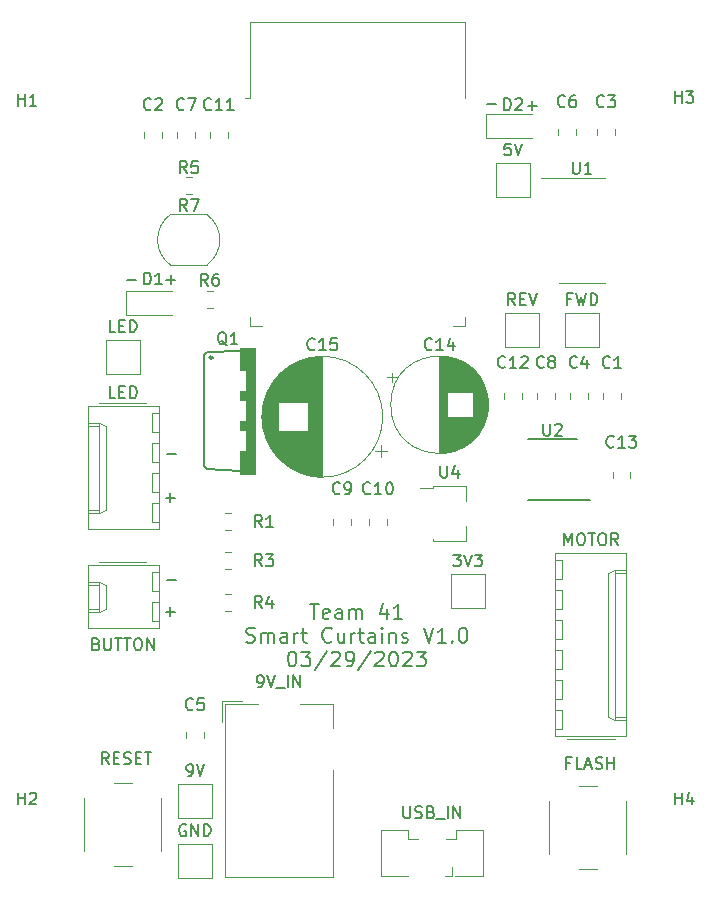
<source format=gto>
G04 #@! TF.GenerationSoftware,KiCad,Pcbnew,(6.0.10-0)*
G04 #@! TF.CreationDate,2023-03-29T16:12:46-05:00*
G04 #@! TF.ProjectId,v1.0,76312e30-2e6b-4696-9361-645f70636258,rev?*
G04 #@! TF.SameCoordinates,Original*
G04 #@! TF.FileFunction,Legend,Top*
G04 #@! TF.FilePolarity,Positive*
%FSLAX46Y46*%
G04 Gerber Fmt 4.6, Leading zero omitted, Abs format (unit mm)*
G04 Created by KiCad (PCBNEW (6.0.10-0)) date 2023-03-29 16:12:46*
%MOMM*%
%LPD*%
G01*
G04 APERTURE LIST*
%ADD10C,0.200000*%
%ADD11C,0.150000*%
%ADD12C,0.120000*%
%ADD13C,0.152400*%
%ADD14C,0.254000*%
%ADD15C,0.010000*%
G04 APERTURE END LIST*
D10*
X141329666Y-100944726D02*
X142043952Y-100944726D01*
X141686809Y-102194726D02*
X141686809Y-100944726D01*
X142936809Y-102135202D02*
X142817761Y-102194726D01*
X142579666Y-102194726D01*
X142460619Y-102135202D01*
X142401095Y-102016154D01*
X142401095Y-101539964D01*
X142460619Y-101420916D01*
X142579666Y-101361392D01*
X142817761Y-101361392D01*
X142936809Y-101420916D01*
X142996333Y-101539964D01*
X142996333Y-101659011D01*
X142401095Y-101778059D01*
X144067761Y-102194726D02*
X144067761Y-101539964D01*
X144008238Y-101420916D01*
X143889190Y-101361392D01*
X143651095Y-101361392D01*
X143532047Y-101420916D01*
X144067761Y-102135202D02*
X143948714Y-102194726D01*
X143651095Y-102194726D01*
X143532047Y-102135202D01*
X143472523Y-102016154D01*
X143472523Y-101897107D01*
X143532047Y-101778059D01*
X143651095Y-101718535D01*
X143948714Y-101718535D01*
X144067761Y-101659011D01*
X144663000Y-102194726D02*
X144663000Y-101361392D01*
X144663000Y-101480440D02*
X144722523Y-101420916D01*
X144841571Y-101361392D01*
X145020142Y-101361392D01*
X145139190Y-101420916D01*
X145198714Y-101539964D01*
X145198714Y-102194726D01*
X145198714Y-101539964D02*
X145258238Y-101420916D01*
X145377285Y-101361392D01*
X145555857Y-101361392D01*
X145674904Y-101420916D01*
X145734428Y-101539964D01*
X145734428Y-102194726D01*
X147817761Y-101361392D02*
X147817761Y-102194726D01*
X147520142Y-100885202D02*
X147222523Y-101778059D01*
X147996333Y-101778059D01*
X149127285Y-102194726D02*
X148413000Y-102194726D01*
X148770142Y-102194726D02*
X148770142Y-100944726D01*
X148651095Y-101123297D01*
X148532047Y-101242345D01*
X148413000Y-101301869D01*
X135942761Y-104147702D02*
X136121333Y-104207226D01*
X136418952Y-104207226D01*
X136538000Y-104147702D01*
X136597523Y-104088178D01*
X136657047Y-103969130D01*
X136657047Y-103850083D01*
X136597523Y-103731035D01*
X136538000Y-103671511D01*
X136418952Y-103611988D01*
X136180857Y-103552464D01*
X136061809Y-103492940D01*
X136002285Y-103433416D01*
X135942761Y-103314369D01*
X135942761Y-103195321D01*
X136002285Y-103076273D01*
X136061809Y-103016750D01*
X136180857Y-102957226D01*
X136478476Y-102957226D01*
X136657047Y-103016750D01*
X137192761Y-104207226D02*
X137192761Y-103373892D01*
X137192761Y-103492940D02*
X137252285Y-103433416D01*
X137371333Y-103373892D01*
X137549904Y-103373892D01*
X137668952Y-103433416D01*
X137728476Y-103552464D01*
X137728476Y-104207226D01*
X137728476Y-103552464D02*
X137788000Y-103433416D01*
X137907047Y-103373892D01*
X138085619Y-103373892D01*
X138204666Y-103433416D01*
X138264190Y-103552464D01*
X138264190Y-104207226D01*
X139395142Y-104207226D02*
X139395142Y-103552464D01*
X139335619Y-103433416D01*
X139216571Y-103373892D01*
X138978476Y-103373892D01*
X138859428Y-103433416D01*
X139395142Y-104147702D02*
X139276095Y-104207226D01*
X138978476Y-104207226D01*
X138859428Y-104147702D01*
X138799904Y-104028654D01*
X138799904Y-103909607D01*
X138859428Y-103790559D01*
X138978476Y-103731035D01*
X139276095Y-103731035D01*
X139395142Y-103671511D01*
X139990380Y-104207226D02*
X139990380Y-103373892D01*
X139990380Y-103611988D02*
X140049904Y-103492940D01*
X140109428Y-103433416D01*
X140228476Y-103373892D01*
X140347523Y-103373892D01*
X140585619Y-103373892D02*
X141061809Y-103373892D01*
X140764190Y-102957226D02*
X140764190Y-104028654D01*
X140823714Y-104147702D01*
X140942761Y-104207226D01*
X141061809Y-104207226D01*
X143145142Y-104088178D02*
X143085619Y-104147702D01*
X142907047Y-104207226D01*
X142788000Y-104207226D01*
X142609428Y-104147702D01*
X142490380Y-104028654D01*
X142430857Y-103909607D01*
X142371333Y-103671511D01*
X142371333Y-103492940D01*
X142430857Y-103254845D01*
X142490380Y-103135797D01*
X142609428Y-103016750D01*
X142788000Y-102957226D01*
X142907047Y-102957226D01*
X143085619Y-103016750D01*
X143145142Y-103076273D01*
X144216571Y-103373892D02*
X144216571Y-104207226D01*
X143680857Y-103373892D02*
X143680857Y-104028654D01*
X143740380Y-104147702D01*
X143859428Y-104207226D01*
X144038000Y-104207226D01*
X144157047Y-104147702D01*
X144216571Y-104088178D01*
X144811809Y-104207226D02*
X144811809Y-103373892D01*
X144811809Y-103611988D02*
X144871333Y-103492940D01*
X144930857Y-103433416D01*
X145049904Y-103373892D01*
X145168952Y-103373892D01*
X145407047Y-103373892D02*
X145883238Y-103373892D01*
X145585619Y-102957226D02*
X145585619Y-104028654D01*
X145645142Y-104147702D01*
X145764190Y-104207226D01*
X145883238Y-104207226D01*
X146835619Y-104207226D02*
X146835619Y-103552464D01*
X146776095Y-103433416D01*
X146657047Y-103373892D01*
X146418952Y-103373892D01*
X146299904Y-103433416D01*
X146835619Y-104147702D02*
X146716571Y-104207226D01*
X146418952Y-104207226D01*
X146299904Y-104147702D01*
X146240380Y-104028654D01*
X146240380Y-103909607D01*
X146299904Y-103790559D01*
X146418952Y-103731035D01*
X146716571Y-103731035D01*
X146835619Y-103671511D01*
X147430857Y-104207226D02*
X147430857Y-103373892D01*
X147430857Y-102957226D02*
X147371333Y-103016750D01*
X147430857Y-103076273D01*
X147490380Y-103016750D01*
X147430857Y-102957226D01*
X147430857Y-103076273D01*
X148026095Y-103373892D02*
X148026095Y-104207226D01*
X148026095Y-103492940D02*
X148085619Y-103433416D01*
X148204666Y-103373892D01*
X148383238Y-103373892D01*
X148502285Y-103433416D01*
X148561809Y-103552464D01*
X148561809Y-104207226D01*
X149097523Y-104147702D02*
X149216571Y-104207226D01*
X149454666Y-104207226D01*
X149573714Y-104147702D01*
X149633238Y-104028654D01*
X149633238Y-103969130D01*
X149573714Y-103850083D01*
X149454666Y-103790559D01*
X149276095Y-103790559D01*
X149157047Y-103731035D01*
X149097523Y-103611988D01*
X149097523Y-103552464D01*
X149157047Y-103433416D01*
X149276095Y-103373892D01*
X149454666Y-103373892D01*
X149573714Y-103433416D01*
X150942761Y-102957226D02*
X151359428Y-104207226D01*
X151776095Y-102957226D01*
X152847523Y-104207226D02*
X152133238Y-104207226D01*
X152490380Y-104207226D02*
X152490380Y-102957226D01*
X152371333Y-103135797D01*
X152252285Y-103254845D01*
X152133238Y-103314369D01*
X153383238Y-104088178D02*
X153442761Y-104147702D01*
X153383238Y-104207226D01*
X153323714Y-104147702D01*
X153383238Y-104088178D01*
X153383238Y-104207226D01*
X154216571Y-102957226D02*
X154335619Y-102957226D01*
X154454666Y-103016750D01*
X154514190Y-103076273D01*
X154573714Y-103195321D01*
X154633238Y-103433416D01*
X154633238Y-103731035D01*
X154573714Y-103969130D01*
X154514190Y-104088178D01*
X154454666Y-104147702D01*
X154335619Y-104207226D01*
X154216571Y-104207226D01*
X154097523Y-104147702D01*
X154038000Y-104088178D01*
X153978476Y-103969130D01*
X153918952Y-103731035D01*
X153918952Y-103433416D01*
X153978476Y-103195321D01*
X154038000Y-103076273D01*
X154097523Y-103016750D01*
X154216571Y-102957226D01*
X139752285Y-104969726D02*
X139871333Y-104969726D01*
X139990380Y-105029250D01*
X140049904Y-105088773D01*
X140109428Y-105207821D01*
X140168952Y-105445916D01*
X140168952Y-105743535D01*
X140109428Y-105981630D01*
X140049904Y-106100678D01*
X139990380Y-106160202D01*
X139871333Y-106219726D01*
X139752285Y-106219726D01*
X139633238Y-106160202D01*
X139573714Y-106100678D01*
X139514190Y-105981630D01*
X139454666Y-105743535D01*
X139454666Y-105445916D01*
X139514190Y-105207821D01*
X139573714Y-105088773D01*
X139633238Y-105029250D01*
X139752285Y-104969726D01*
X140585619Y-104969726D02*
X141359428Y-104969726D01*
X140942761Y-105445916D01*
X141121333Y-105445916D01*
X141240380Y-105505440D01*
X141299904Y-105564964D01*
X141359428Y-105684011D01*
X141359428Y-105981630D01*
X141299904Y-106100678D01*
X141240380Y-106160202D01*
X141121333Y-106219726D01*
X140764190Y-106219726D01*
X140645142Y-106160202D01*
X140585619Y-106100678D01*
X142788000Y-104910202D02*
X141716571Y-106517345D01*
X143145142Y-105088773D02*
X143204666Y-105029250D01*
X143323714Y-104969726D01*
X143621333Y-104969726D01*
X143740380Y-105029250D01*
X143799904Y-105088773D01*
X143859428Y-105207821D01*
X143859428Y-105326869D01*
X143799904Y-105505440D01*
X143085619Y-106219726D01*
X143859428Y-106219726D01*
X144454666Y-106219726D02*
X144692761Y-106219726D01*
X144811809Y-106160202D01*
X144871333Y-106100678D01*
X144990380Y-105922107D01*
X145049904Y-105684011D01*
X145049904Y-105207821D01*
X144990380Y-105088773D01*
X144930857Y-105029250D01*
X144811809Y-104969726D01*
X144573714Y-104969726D01*
X144454666Y-105029250D01*
X144395142Y-105088773D01*
X144335619Y-105207821D01*
X144335619Y-105505440D01*
X144395142Y-105624488D01*
X144454666Y-105684011D01*
X144573714Y-105743535D01*
X144811809Y-105743535D01*
X144930857Y-105684011D01*
X144990380Y-105624488D01*
X145049904Y-105505440D01*
X146478476Y-104910202D02*
X145407047Y-106517345D01*
X146835619Y-105088773D02*
X146895142Y-105029250D01*
X147014190Y-104969726D01*
X147311809Y-104969726D01*
X147430857Y-105029250D01*
X147490380Y-105088773D01*
X147549904Y-105207821D01*
X147549904Y-105326869D01*
X147490380Y-105505440D01*
X146776095Y-106219726D01*
X147549904Y-106219726D01*
X148323714Y-104969726D02*
X148442761Y-104969726D01*
X148561809Y-105029250D01*
X148621333Y-105088773D01*
X148680857Y-105207821D01*
X148740380Y-105445916D01*
X148740380Y-105743535D01*
X148680857Y-105981630D01*
X148621333Y-106100678D01*
X148561809Y-106160202D01*
X148442761Y-106219726D01*
X148323714Y-106219726D01*
X148204666Y-106160202D01*
X148145142Y-106100678D01*
X148085619Y-105981630D01*
X148026095Y-105743535D01*
X148026095Y-105445916D01*
X148085619Y-105207821D01*
X148145142Y-105088773D01*
X148204666Y-105029250D01*
X148323714Y-104969726D01*
X149216571Y-105088773D02*
X149276095Y-105029250D01*
X149395142Y-104969726D01*
X149692761Y-104969726D01*
X149811809Y-105029250D01*
X149871333Y-105088773D01*
X149930857Y-105207821D01*
X149930857Y-105326869D01*
X149871333Y-105505440D01*
X149157047Y-106219726D01*
X149930857Y-106219726D01*
X150347523Y-104969726D02*
X151121333Y-104969726D01*
X150704666Y-105445916D01*
X150883238Y-105445916D01*
X151002285Y-105505440D01*
X151061809Y-105564964D01*
X151121333Y-105684011D01*
X151121333Y-105981630D01*
X151061809Y-106100678D01*
X151002285Y-106160202D01*
X150883238Y-106219726D01*
X150526095Y-106219726D01*
X150407047Y-106160202D01*
X150347523Y-106100678D01*
D11*
X163576095Y-63514380D02*
X163576095Y-64323904D01*
X163623714Y-64419142D01*
X163671333Y-64466761D01*
X163766571Y-64514380D01*
X163957047Y-64514380D01*
X164052285Y-64466761D01*
X164099904Y-64419142D01*
X164147523Y-64323904D01*
X164147523Y-63514380D01*
X165147523Y-64514380D02*
X164576095Y-64514380D01*
X164861809Y-64514380D02*
X164861809Y-63514380D01*
X164766571Y-63657238D01*
X164671333Y-63752476D01*
X164576095Y-63800095D01*
X162838095Y-95956380D02*
X162838095Y-94956380D01*
X163171428Y-95670666D01*
X163504761Y-94956380D01*
X163504761Y-95956380D01*
X164171428Y-94956380D02*
X164361904Y-94956380D01*
X164457142Y-95004000D01*
X164552380Y-95099238D01*
X164600000Y-95289714D01*
X164600000Y-95623047D01*
X164552380Y-95813523D01*
X164457142Y-95908761D01*
X164361904Y-95956380D01*
X164171428Y-95956380D01*
X164076190Y-95908761D01*
X163980952Y-95813523D01*
X163933333Y-95623047D01*
X163933333Y-95289714D01*
X163980952Y-95099238D01*
X164076190Y-95004000D01*
X164171428Y-94956380D01*
X164885714Y-94956380D02*
X165457142Y-94956380D01*
X165171428Y-95956380D02*
X165171428Y-94956380D01*
X165980952Y-94956380D02*
X166171428Y-94956380D01*
X166266666Y-95004000D01*
X166361904Y-95099238D01*
X166409523Y-95289714D01*
X166409523Y-95623047D01*
X166361904Y-95813523D01*
X166266666Y-95908761D01*
X166171428Y-95956380D01*
X165980952Y-95956380D01*
X165885714Y-95908761D01*
X165790476Y-95813523D01*
X165742857Y-95623047D01*
X165742857Y-95289714D01*
X165790476Y-95099238D01*
X165885714Y-95004000D01*
X165980952Y-94956380D01*
X167409523Y-95956380D02*
X167076190Y-95480190D01*
X166838095Y-95956380D02*
X166838095Y-94956380D01*
X167219047Y-94956380D01*
X167314285Y-95004000D01*
X167361904Y-95051619D01*
X167409523Y-95146857D01*
X167409523Y-95289714D01*
X167361904Y-95384952D01*
X167314285Y-95432571D01*
X167219047Y-95480190D01*
X166838095Y-95480190D01*
X130810095Y-119642000D02*
X130714857Y-119594380D01*
X130572000Y-119594380D01*
X130429142Y-119642000D01*
X130333904Y-119737238D01*
X130286285Y-119832476D01*
X130238666Y-120022952D01*
X130238666Y-120165809D01*
X130286285Y-120356285D01*
X130333904Y-120451523D01*
X130429142Y-120546761D01*
X130572000Y-120594380D01*
X130667238Y-120594380D01*
X130810095Y-120546761D01*
X130857714Y-120499142D01*
X130857714Y-120165809D01*
X130667238Y-120165809D01*
X131286285Y-120594380D02*
X131286285Y-119594380D01*
X131857714Y-120594380D01*
X131857714Y-119594380D01*
X132333904Y-120594380D02*
X132333904Y-119594380D01*
X132572000Y-119594380D01*
X132714857Y-119642000D01*
X132810095Y-119737238D01*
X132857714Y-119832476D01*
X132905333Y-120022952D01*
X132905333Y-120165809D01*
X132857714Y-120356285D01*
X132810095Y-120451523D01*
X132714857Y-120546761D01*
X132572000Y-120594380D01*
X132333904Y-120594380D01*
X158686571Y-75636380D02*
X158353238Y-75160190D01*
X158115142Y-75636380D02*
X158115142Y-74636380D01*
X158496095Y-74636380D01*
X158591333Y-74684000D01*
X158638952Y-74731619D01*
X158686571Y-74826857D01*
X158686571Y-74969714D01*
X158638952Y-75064952D01*
X158591333Y-75112571D01*
X158496095Y-75160190D01*
X158115142Y-75160190D01*
X159115142Y-75112571D02*
X159448476Y-75112571D01*
X159591333Y-75636380D02*
X159115142Y-75636380D01*
X159115142Y-74636380D01*
X159591333Y-74636380D01*
X159877047Y-74636380D02*
X160210380Y-75636380D01*
X160543714Y-74636380D01*
X163409428Y-75112571D02*
X163076095Y-75112571D01*
X163076095Y-75636380D02*
X163076095Y-74636380D01*
X163552285Y-74636380D01*
X163838000Y-74636380D02*
X164076095Y-75636380D01*
X164266571Y-74922095D01*
X164457047Y-75636380D01*
X164695142Y-74636380D01*
X165076095Y-75636380D02*
X165076095Y-74636380D01*
X165314190Y-74636380D01*
X165457047Y-74684000D01*
X165552285Y-74779238D01*
X165599904Y-74874476D01*
X165647523Y-75064952D01*
X165647523Y-75207809D01*
X165599904Y-75398285D01*
X165552285Y-75493523D01*
X165457047Y-75588761D01*
X165314190Y-75636380D01*
X165076095Y-75636380D01*
X158305523Y-61958380D02*
X157829333Y-61958380D01*
X157781714Y-62434571D01*
X157829333Y-62386952D01*
X157924571Y-62339333D01*
X158162666Y-62339333D01*
X158257904Y-62386952D01*
X158305523Y-62434571D01*
X158353142Y-62529809D01*
X158353142Y-62767904D01*
X158305523Y-62863142D01*
X158257904Y-62910761D01*
X158162666Y-62958380D01*
X157924571Y-62958380D01*
X157829333Y-62910761D01*
X157781714Y-62863142D01*
X158638857Y-61958380D02*
X158972190Y-62958380D01*
X159305523Y-61958380D01*
X153447904Y-96756380D02*
X154066952Y-96756380D01*
X153733619Y-97137333D01*
X153876476Y-97137333D01*
X153971714Y-97184952D01*
X154019333Y-97232571D01*
X154066952Y-97327809D01*
X154066952Y-97565904D01*
X154019333Y-97661142D01*
X153971714Y-97708761D01*
X153876476Y-97756380D01*
X153590761Y-97756380D01*
X153495523Y-97708761D01*
X153447904Y-97661142D01*
X154352666Y-96756380D02*
X154686000Y-97756380D01*
X155019333Y-96756380D01*
X155257428Y-96756380D02*
X155876476Y-96756380D01*
X155543142Y-97137333D01*
X155686000Y-97137333D01*
X155781238Y-97184952D01*
X155828857Y-97232571D01*
X155876476Y-97327809D01*
X155876476Y-97565904D01*
X155828857Y-97661142D01*
X155781238Y-97708761D01*
X155686000Y-97756380D01*
X155400285Y-97756380D01*
X155305047Y-97708761D01*
X155257428Y-97661142D01*
X124833142Y-77922380D02*
X124356952Y-77922380D01*
X124356952Y-76922380D01*
X125166476Y-77398571D02*
X125499809Y-77398571D01*
X125642666Y-77922380D02*
X125166476Y-77922380D01*
X125166476Y-76922380D01*
X125642666Y-76922380D01*
X126071238Y-77922380D02*
X126071238Y-76922380D01*
X126309333Y-76922380D01*
X126452190Y-76970000D01*
X126547428Y-77065238D01*
X126595047Y-77160476D01*
X126642666Y-77350952D01*
X126642666Y-77493809D01*
X126595047Y-77684285D01*
X126547428Y-77779523D01*
X126452190Y-77874761D01*
X126309333Y-77922380D01*
X126071238Y-77922380D01*
X141718819Y-79351142D02*
X141671200Y-79398761D01*
X141528343Y-79446380D01*
X141433105Y-79446380D01*
X141290248Y-79398761D01*
X141195010Y-79303523D01*
X141147391Y-79208285D01*
X141099772Y-79017809D01*
X141099772Y-78874952D01*
X141147391Y-78684476D01*
X141195010Y-78589238D01*
X141290248Y-78494000D01*
X141433105Y-78446380D01*
X141528343Y-78446380D01*
X141671200Y-78494000D01*
X141718819Y-78541619D01*
X142671200Y-79446380D02*
X142099772Y-79446380D01*
X142385486Y-79446380D02*
X142385486Y-78446380D01*
X142290248Y-78589238D01*
X142195010Y-78684476D01*
X142099772Y-78732095D01*
X143575962Y-78446380D02*
X143099772Y-78446380D01*
X143052153Y-78922571D01*
X143099772Y-78874952D01*
X143195010Y-78827333D01*
X143433105Y-78827333D01*
X143528343Y-78874952D01*
X143575962Y-78922571D01*
X143623581Y-79017809D01*
X143623581Y-79255904D01*
X143575962Y-79351142D01*
X143528343Y-79398761D01*
X143433105Y-79446380D01*
X143195010Y-79446380D01*
X143099772Y-79398761D01*
X143052153Y-79351142D01*
X137247333Y-101290380D02*
X136914000Y-100814190D01*
X136675904Y-101290380D02*
X136675904Y-100290380D01*
X137056857Y-100290380D01*
X137152095Y-100338000D01*
X137199714Y-100385619D01*
X137247333Y-100480857D01*
X137247333Y-100623714D01*
X137199714Y-100718952D01*
X137152095Y-100766571D01*
X137056857Y-100814190D01*
X136675904Y-100814190D01*
X138104476Y-100623714D02*
X138104476Y-101290380D01*
X137866380Y-100242761D02*
X137628285Y-100957047D01*
X138247333Y-100957047D01*
X131405333Y-109831142D02*
X131357714Y-109878761D01*
X131214857Y-109926380D01*
X131119619Y-109926380D01*
X130976761Y-109878761D01*
X130881523Y-109783523D01*
X130833904Y-109688285D01*
X130786285Y-109497809D01*
X130786285Y-109354952D01*
X130833904Y-109164476D01*
X130881523Y-109069238D01*
X130976761Y-108974000D01*
X131119619Y-108926380D01*
X131214857Y-108926380D01*
X131357714Y-108974000D01*
X131405333Y-109021619D01*
X132310095Y-108926380D02*
X131833904Y-108926380D01*
X131786285Y-109402571D01*
X131833904Y-109354952D01*
X131929142Y-109307333D01*
X132167238Y-109307333D01*
X132262476Y-109354952D01*
X132310095Y-109402571D01*
X132357714Y-109497809D01*
X132357714Y-109735904D01*
X132310095Y-109831142D01*
X132262476Y-109878761D01*
X132167238Y-109926380D01*
X131929142Y-109926380D01*
X131833904Y-109878761D01*
X131786285Y-109831142D01*
X132675333Y-73986380D02*
X132342000Y-73510190D01*
X132103904Y-73986380D02*
X132103904Y-72986380D01*
X132484857Y-72986380D01*
X132580095Y-73034000D01*
X132627714Y-73081619D01*
X132675333Y-73176857D01*
X132675333Y-73319714D01*
X132627714Y-73414952D01*
X132580095Y-73462571D01*
X132484857Y-73510190D01*
X132103904Y-73510190D01*
X133532476Y-72986380D02*
X133342000Y-72986380D01*
X133246761Y-73034000D01*
X133199142Y-73081619D01*
X133103904Y-73224476D01*
X133056285Y-73414952D01*
X133056285Y-73795904D01*
X133103904Y-73891142D01*
X133151523Y-73938761D01*
X133246761Y-73986380D01*
X133437238Y-73986380D01*
X133532476Y-73938761D01*
X133580095Y-73891142D01*
X133627714Y-73795904D01*
X133627714Y-73557809D01*
X133580095Y-73462571D01*
X133532476Y-73414952D01*
X133437238Y-73367333D01*
X133246761Y-73367333D01*
X133151523Y-73414952D01*
X133103904Y-73462571D01*
X133056285Y-73557809D01*
X124853142Y-83510380D02*
X124376952Y-83510380D01*
X124376952Y-82510380D01*
X125186476Y-82986571D02*
X125519809Y-82986571D01*
X125662666Y-83510380D02*
X125186476Y-83510380D01*
X125186476Y-82510380D01*
X125662666Y-82510380D01*
X126091238Y-83510380D02*
X126091238Y-82510380D01*
X126329333Y-82510380D01*
X126472190Y-82558000D01*
X126567428Y-82653238D01*
X126615047Y-82748476D01*
X126662666Y-82938952D01*
X126662666Y-83081809D01*
X126615047Y-83272285D01*
X126567428Y-83367523D01*
X126472190Y-83462761D01*
X126329333Y-83510380D01*
X126091238Y-83510380D01*
X129179047Y-88209428D02*
X129940952Y-88209428D01*
X129488571Y-91567047D02*
X129488571Y-92328952D01*
X129107619Y-91948000D02*
X129869523Y-91948000D01*
X143851333Y-91543142D02*
X143803714Y-91590761D01*
X143660857Y-91638380D01*
X143565619Y-91638380D01*
X143422761Y-91590761D01*
X143327523Y-91495523D01*
X143279904Y-91400285D01*
X143232285Y-91209809D01*
X143232285Y-91066952D01*
X143279904Y-90876476D01*
X143327523Y-90781238D01*
X143422761Y-90686000D01*
X143565619Y-90638380D01*
X143660857Y-90638380D01*
X143803714Y-90686000D01*
X143851333Y-90733619D01*
X144327523Y-91638380D02*
X144518000Y-91638380D01*
X144613238Y-91590761D01*
X144660857Y-91543142D01*
X144756095Y-91400285D01*
X144803714Y-91209809D01*
X144803714Y-90828857D01*
X144756095Y-90733619D01*
X144708476Y-90686000D01*
X144613238Y-90638380D01*
X144422761Y-90638380D01*
X144327523Y-90686000D01*
X144279904Y-90733619D01*
X144232285Y-90828857D01*
X144232285Y-91066952D01*
X144279904Y-91162190D01*
X144327523Y-91209809D01*
X144422761Y-91257428D01*
X144613238Y-91257428D01*
X144708476Y-91209809D01*
X144756095Y-91162190D01*
X144803714Y-91066952D01*
X166203333Y-58777142D02*
X166155714Y-58824761D01*
X166012857Y-58872380D01*
X165917619Y-58872380D01*
X165774761Y-58824761D01*
X165679523Y-58729523D01*
X165631904Y-58634285D01*
X165584285Y-58443809D01*
X165584285Y-58300952D01*
X165631904Y-58110476D01*
X165679523Y-58015238D01*
X165774761Y-57920000D01*
X165917619Y-57872380D01*
X166012857Y-57872380D01*
X166155714Y-57920000D01*
X166203333Y-57967619D01*
X166536666Y-57872380D02*
X167155714Y-57872380D01*
X166822380Y-58253333D01*
X166965238Y-58253333D01*
X167060476Y-58300952D01*
X167108095Y-58348571D01*
X167155714Y-58443809D01*
X167155714Y-58681904D01*
X167108095Y-58777142D01*
X167060476Y-58824761D01*
X166965238Y-58872380D01*
X166679523Y-58872380D01*
X166584285Y-58824761D01*
X166536666Y-58777142D01*
X161123333Y-80867890D02*
X161075714Y-80915509D01*
X160932857Y-80963128D01*
X160837619Y-80963128D01*
X160694761Y-80915509D01*
X160599523Y-80820271D01*
X160551904Y-80725033D01*
X160504285Y-80534557D01*
X160504285Y-80391700D01*
X160551904Y-80201224D01*
X160599523Y-80105986D01*
X160694761Y-80010748D01*
X160837619Y-79963128D01*
X160932857Y-79963128D01*
X161075714Y-80010748D01*
X161123333Y-80058367D01*
X161694761Y-80391700D02*
X161599523Y-80344081D01*
X161551904Y-80296462D01*
X161504285Y-80201224D01*
X161504285Y-80153605D01*
X161551904Y-80058367D01*
X161599523Y-80010748D01*
X161694761Y-79963128D01*
X161885238Y-79963128D01*
X161980476Y-80010748D01*
X162028095Y-80058367D01*
X162075714Y-80153605D01*
X162075714Y-80201224D01*
X162028095Y-80296462D01*
X161980476Y-80344081D01*
X161885238Y-80391700D01*
X161694761Y-80391700D01*
X161599523Y-80439319D01*
X161551904Y-80486938D01*
X161504285Y-80582176D01*
X161504285Y-80772652D01*
X161551904Y-80867890D01*
X161599523Y-80915509D01*
X161694761Y-80963128D01*
X161885238Y-80963128D01*
X161980476Y-80915509D01*
X162028095Y-80867890D01*
X162075714Y-80772652D01*
X162075714Y-80582176D01*
X162028095Y-80486938D01*
X161980476Y-80439319D01*
X161885238Y-80391700D01*
X124277619Y-114498380D02*
X123944285Y-114022190D01*
X123706190Y-114498380D02*
X123706190Y-113498380D01*
X124087142Y-113498380D01*
X124182380Y-113546000D01*
X124230000Y-113593619D01*
X124277619Y-113688857D01*
X124277619Y-113831714D01*
X124230000Y-113926952D01*
X124182380Y-113974571D01*
X124087142Y-114022190D01*
X123706190Y-114022190D01*
X124706190Y-113974571D02*
X125039523Y-113974571D01*
X125182380Y-114498380D02*
X124706190Y-114498380D01*
X124706190Y-113498380D01*
X125182380Y-113498380D01*
X125563333Y-114450761D02*
X125706190Y-114498380D01*
X125944285Y-114498380D01*
X126039523Y-114450761D01*
X126087142Y-114403142D01*
X126134761Y-114307904D01*
X126134761Y-114212666D01*
X126087142Y-114117428D01*
X126039523Y-114069809D01*
X125944285Y-114022190D01*
X125753809Y-113974571D01*
X125658571Y-113926952D01*
X125610952Y-113879333D01*
X125563333Y-113784095D01*
X125563333Y-113688857D01*
X125610952Y-113593619D01*
X125658571Y-113546000D01*
X125753809Y-113498380D01*
X125991904Y-113498380D01*
X126134761Y-113546000D01*
X126563333Y-113974571D02*
X126896666Y-113974571D01*
X127039523Y-114498380D02*
X126563333Y-114498380D01*
X126563333Y-113498380D01*
X127039523Y-113498380D01*
X127325238Y-113498380D02*
X127896666Y-113498380D01*
X127610952Y-114498380D02*
X127610952Y-113498380D01*
X151638538Y-79351142D02*
X151590919Y-79398761D01*
X151448062Y-79446380D01*
X151352824Y-79446380D01*
X151209967Y-79398761D01*
X151114729Y-79303523D01*
X151067110Y-79208285D01*
X151019491Y-79017809D01*
X151019491Y-78874952D01*
X151067110Y-78684476D01*
X151114729Y-78589238D01*
X151209967Y-78494000D01*
X151352824Y-78446380D01*
X151448062Y-78446380D01*
X151590919Y-78494000D01*
X151638538Y-78541619D01*
X152590919Y-79446380D02*
X152019491Y-79446380D01*
X152305205Y-79446380D02*
X152305205Y-78446380D01*
X152209967Y-78589238D01*
X152114729Y-78684476D01*
X152019491Y-78732095D01*
X153448062Y-78779714D02*
X153448062Y-79446380D01*
X153209967Y-78398761D02*
X152971872Y-79113047D01*
X153590919Y-79113047D01*
X130897333Y-67656380D02*
X130564000Y-67180190D01*
X130325904Y-67656380D02*
X130325904Y-66656380D01*
X130706857Y-66656380D01*
X130802095Y-66704000D01*
X130849714Y-66751619D01*
X130897333Y-66846857D01*
X130897333Y-66989714D01*
X130849714Y-67084952D01*
X130802095Y-67132571D01*
X130706857Y-67180190D01*
X130325904Y-67180190D01*
X131230666Y-66656380D02*
X131897333Y-66656380D01*
X131468761Y-67656380D01*
X166711333Y-80875142D02*
X166663714Y-80922761D01*
X166520857Y-80970380D01*
X166425619Y-80970380D01*
X166282761Y-80922761D01*
X166187523Y-80827523D01*
X166139904Y-80732285D01*
X166092285Y-80541809D01*
X166092285Y-80398952D01*
X166139904Y-80208476D01*
X166187523Y-80113238D01*
X166282761Y-80018000D01*
X166425619Y-79970380D01*
X166520857Y-79970380D01*
X166663714Y-80018000D01*
X166711333Y-80065619D01*
X167663714Y-80970380D02*
X167092285Y-80970380D01*
X167378000Y-80970380D02*
X167378000Y-79970380D01*
X167282761Y-80113238D01*
X167187523Y-80208476D01*
X167092285Y-80256095D01*
X172212095Y-58500380D02*
X172212095Y-57500380D01*
X172212095Y-57976571D02*
X172783523Y-57976571D01*
X172783523Y-58500380D02*
X172783523Y-57500380D01*
X173164476Y-57500380D02*
X173783523Y-57500380D01*
X173450190Y-57881333D01*
X173593047Y-57881333D01*
X173688285Y-57928952D01*
X173735904Y-57976571D01*
X173783523Y-58071809D01*
X173783523Y-58309904D01*
X173735904Y-58405142D01*
X173688285Y-58452761D01*
X173593047Y-58500380D01*
X173307333Y-58500380D01*
X173212095Y-58452761D01*
X173164476Y-58405142D01*
X162901333Y-58777142D02*
X162853714Y-58824761D01*
X162710857Y-58872380D01*
X162615619Y-58872380D01*
X162472761Y-58824761D01*
X162377523Y-58729523D01*
X162329904Y-58634285D01*
X162282285Y-58443809D01*
X162282285Y-58300952D01*
X162329904Y-58110476D01*
X162377523Y-58015238D01*
X162472761Y-57920000D01*
X162615619Y-57872380D01*
X162710857Y-57872380D01*
X162853714Y-57920000D01*
X162901333Y-57967619D01*
X163758476Y-57872380D02*
X163568000Y-57872380D01*
X163472761Y-57920000D01*
X163425142Y-57967619D01*
X163329904Y-58110476D01*
X163282285Y-58300952D01*
X163282285Y-58681904D01*
X163329904Y-58777142D01*
X163377523Y-58824761D01*
X163472761Y-58872380D01*
X163663238Y-58872380D01*
X163758476Y-58824761D01*
X163806095Y-58777142D01*
X163853714Y-58681904D01*
X163853714Y-58443809D01*
X163806095Y-58348571D01*
X163758476Y-58300952D01*
X163663238Y-58253333D01*
X163472761Y-58253333D01*
X163377523Y-58300952D01*
X163329904Y-58348571D01*
X163282285Y-58443809D01*
X163365523Y-114376571D02*
X163032190Y-114376571D01*
X163032190Y-114900380D02*
X163032190Y-113900380D01*
X163508380Y-113900380D01*
X164365523Y-114900380D02*
X163889333Y-114900380D01*
X163889333Y-113900380D01*
X164651238Y-114614666D02*
X165127428Y-114614666D01*
X164556000Y-114900380D02*
X164889333Y-113900380D01*
X165222666Y-114900380D01*
X165508380Y-114852761D02*
X165651238Y-114900380D01*
X165889333Y-114900380D01*
X165984571Y-114852761D01*
X166032190Y-114805142D01*
X166079809Y-114709904D01*
X166079809Y-114614666D01*
X166032190Y-114519428D01*
X165984571Y-114471809D01*
X165889333Y-114424190D01*
X165698857Y-114376571D01*
X165603619Y-114328952D01*
X165556000Y-114281333D01*
X165508380Y-114186095D01*
X165508380Y-114090857D01*
X165556000Y-113995619D01*
X165603619Y-113948000D01*
X165698857Y-113900380D01*
X165936952Y-113900380D01*
X166079809Y-113948000D01*
X166508380Y-114900380D02*
X166508380Y-113900380D01*
X166508380Y-114376571D02*
X167079809Y-114376571D01*
X167079809Y-114900380D02*
X167079809Y-113900380D01*
X127277904Y-73890380D02*
X127277904Y-72890380D01*
X127516000Y-72890380D01*
X127658857Y-72938000D01*
X127754095Y-73033238D01*
X127801714Y-73128476D01*
X127849333Y-73318952D01*
X127849333Y-73461809D01*
X127801714Y-73652285D01*
X127754095Y-73747523D01*
X127658857Y-73842761D01*
X127516000Y-73890380D01*
X127277904Y-73890380D01*
X128801714Y-73890380D02*
X128230285Y-73890380D01*
X128516000Y-73890380D02*
X128516000Y-72890380D01*
X128420761Y-73033238D01*
X128325523Y-73128476D01*
X128230285Y-73176095D01*
X129159047Y-73477428D02*
X129920952Y-73477428D01*
X129540000Y-73858380D02*
X129540000Y-73096476D01*
X125857047Y-73477428D02*
X126618952Y-73477428D01*
X137247333Y-97734380D02*
X136914000Y-97258190D01*
X136675904Y-97734380D02*
X136675904Y-96734380D01*
X137056857Y-96734380D01*
X137152095Y-96782000D01*
X137199714Y-96829619D01*
X137247333Y-96924857D01*
X137247333Y-97067714D01*
X137199714Y-97162952D01*
X137152095Y-97210571D01*
X137056857Y-97258190D01*
X136675904Y-97258190D01*
X137580666Y-96734380D02*
X138199714Y-96734380D01*
X137866380Y-97115333D01*
X138009238Y-97115333D01*
X138104476Y-97162952D01*
X138152095Y-97210571D01*
X138199714Y-97305809D01*
X138199714Y-97543904D01*
X138152095Y-97639142D01*
X138104476Y-97686761D01*
X138009238Y-97734380D01*
X137723523Y-97734380D01*
X137628285Y-97686761D01*
X137580666Y-97639142D01*
X123234095Y-104322571D02*
X123376952Y-104370190D01*
X123424571Y-104417809D01*
X123472190Y-104513047D01*
X123472190Y-104655904D01*
X123424571Y-104751142D01*
X123376952Y-104798761D01*
X123281714Y-104846380D01*
X122900761Y-104846380D01*
X122900761Y-103846380D01*
X123234095Y-103846380D01*
X123329333Y-103894000D01*
X123376952Y-103941619D01*
X123424571Y-104036857D01*
X123424571Y-104132095D01*
X123376952Y-104227333D01*
X123329333Y-104274952D01*
X123234095Y-104322571D01*
X122900761Y-104322571D01*
X123900761Y-103846380D02*
X123900761Y-104655904D01*
X123948380Y-104751142D01*
X123996000Y-104798761D01*
X124091238Y-104846380D01*
X124281714Y-104846380D01*
X124376952Y-104798761D01*
X124424571Y-104751142D01*
X124472190Y-104655904D01*
X124472190Y-103846380D01*
X124805523Y-103846380D02*
X125376952Y-103846380D01*
X125091238Y-104846380D02*
X125091238Y-103846380D01*
X125567428Y-103846380D02*
X126138857Y-103846380D01*
X125853142Y-104846380D02*
X125853142Y-103846380D01*
X126662666Y-103846380D02*
X126853142Y-103846380D01*
X126948380Y-103894000D01*
X127043619Y-103989238D01*
X127091238Y-104179714D01*
X127091238Y-104513047D01*
X127043619Y-104703523D01*
X126948380Y-104798761D01*
X126853142Y-104846380D01*
X126662666Y-104846380D01*
X126567428Y-104798761D01*
X126472190Y-104703523D01*
X126424571Y-104513047D01*
X126424571Y-104179714D01*
X126472190Y-103989238D01*
X126567428Y-103894000D01*
X126662666Y-103846380D01*
X127519809Y-104846380D02*
X127519809Y-103846380D01*
X128091238Y-104846380D01*
X128091238Y-103846380D01*
X129179047Y-98877428D02*
X129940952Y-98877428D01*
X129488571Y-101219047D02*
X129488571Y-101980952D01*
X129107619Y-101600000D02*
X129869523Y-101600000D01*
X130643333Y-59031142D02*
X130595714Y-59078761D01*
X130452857Y-59126380D01*
X130357619Y-59126380D01*
X130214761Y-59078761D01*
X130119523Y-58983523D01*
X130071904Y-58888285D01*
X130024285Y-58697809D01*
X130024285Y-58554952D01*
X130071904Y-58364476D01*
X130119523Y-58269238D01*
X130214761Y-58174000D01*
X130357619Y-58126380D01*
X130452857Y-58126380D01*
X130595714Y-58174000D01*
X130643333Y-58221619D01*
X130976666Y-58126380D02*
X131643333Y-58126380D01*
X131214761Y-59126380D01*
X146423142Y-91543142D02*
X146375523Y-91590761D01*
X146232666Y-91638380D01*
X146137428Y-91638380D01*
X145994571Y-91590761D01*
X145899333Y-91495523D01*
X145851714Y-91400285D01*
X145804095Y-91209809D01*
X145804095Y-91066952D01*
X145851714Y-90876476D01*
X145899333Y-90781238D01*
X145994571Y-90686000D01*
X146137428Y-90638380D01*
X146232666Y-90638380D01*
X146375523Y-90686000D01*
X146423142Y-90733619D01*
X147375523Y-91638380D02*
X146804095Y-91638380D01*
X147089809Y-91638380D02*
X147089809Y-90638380D01*
X146994571Y-90781238D01*
X146899333Y-90876476D01*
X146804095Y-90924095D01*
X147994571Y-90638380D02*
X148089809Y-90638380D01*
X148185047Y-90686000D01*
X148232666Y-90733619D01*
X148280285Y-90828857D01*
X148327904Y-91019333D01*
X148327904Y-91257428D01*
X148280285Y-91447904D01*
X148232666Y-91543142D01*
X148185047Y-91590761D01*
X148089809Y-91638380D01*
X147994571Y-91638380D01*
X147899333Y-91590761D01*
X147851714Y-91543142D01*
X147804095Y-91447904D01*
X147756476Y-91257428D01*
X147756476Y-91019333D01*
X147804095Y-90828857D01*
X147851714Y-90733619D01*
X147899333Y-90686000D01*
X147994571Y-90638380D01*
X132961142Y-59031142D02*
X132913523Y-59078761D01*
X132770666Y-59126380D01*
X132675428Y-59126380D01*
X132532571Y-59078761D01*
X132437333Y-58983523D01*
X132389714Y-58888285D01*
X132342095Y-58697809D01*
X132342095Y-58554952D01*
X132389714Y-58364476D01*
X132437333Y-58269238D01*
X132532571Y-58174000D01*
X132675428Y-58126380D01*
X132770666Y-58126380D01*
X132913523Y-58174000D01*
X132961142Y-58221619D01*
X133913523Y-59126380D02*
X133342095Y-59126380D01*
X133627809Y-59126380D02*
X133627809Y-58126380D01*
X133532571Y-58269238D01*
X133437333Y-58364476D01*
X133342095Y-58412095D01*
X134865904Y-59126380D02*
X134294476Y-59126380D01*
X134580190Y-59126380D02*
X134580190Y-58126380D01*
X134484952Y-58269238D01*
X134389714Y-58364476D01*
X134294476Y-58412095D01*
X136910095Y-107998380D02*
X137100571Y-107998380D01*
X137195809Y-107950761D01*
X137243428Y-107903142D01*
X137338666Y-107760285D01*
X137386285Y-107569809D01*
X137386285Y-107188857D01*
X137338666Y-107093619D01*
X137291047Y-107046000D01*
X137195809Y-106998380D01*
X137005333Y-106998380D01*
X136910095Y-107046000D01*
X136862476Y-107093619D01*
X136814857Y-107188857D01*
X136814857Y-107426952D01*
X136862476Y-107522190D01*
X136910095Y-107569809D01*
X137005333Y-107617428D01*
X137195809Y-107617428D01*
X137291047Y-107569809D01*
X137338666Y-107522190D01*
X137386285Y-107426952D01*
X137672000Y-106998380D02*
X138005333Y-107998380D01*
X138338666Y-106998380D01*
X138433904Y-108093619D02*
X139195809Y-108093619D01*
X139433904Y-107998380D02*
X139433904Y-106998380D01*
X139910095Y-107998380D02*
X139910095Y-106998380D01*
X140481523Y-107998380D01*
X140481523Y-106998380D01*
X137247333Y-94432380D02*
X136914000Y-93956190D01*
X136675904Y-94432380D02*
X136675904Y-93432380D01*
X137056857Y-93432380D01*
X137152095Y-93480000D01*
X137199714Y-93527619D01*
X137247333Y-93622857D01*
X137247333Y-93765714D01*
X137199714Y-93860952D01*
X137152095Y-93908571D01*
X137056857Y-93956190D01*
X136675904Y-93956190D01*
X138199714Y-94432380D02*
X137628285Y-94432380D01*
X137914000Y-94432380D02*
X137914000Y-93432380D01*
X137818761Y-93575238D01*
X137723523Y-93670476D01*
X137628285Y-93718095D01*
X134270589Y-79034610D02*
X134175178Y-78986905D01*
X134079768Y-78891494D01*
X133936652Y-78748379D01*
X133841241Y-78700673D01*
X133745831Y-78700673D01*
X133793536Y-78939200D02*
X133698126Y-78891494D01*
X133602715Y-78796084D01*
X133555010Y-78605263D01*
X133555010Y-78271326D01*
X133602715Y-78080505D01*
X133698126Y-77985094D01*
X133793536Y-77937389D01*
X133984357Y-77937389D01*
X134079768Y-77985094D01*
X134175178Y-78080505D01*
X134222884Y-78271326D01*
X134222884Y-78605263D01*
X134175178Y-78796084D01*
X134079768Y-78891494D01*
X133984357Y-78939200D01*
X133793536Y-78939200D01*
X135176989Y-78939200D02*
X134604526Y-78939200D01*
X134890758Y-78939200D02*
X134890758Y-77937389D01*
X134795347Y-78080505D01*
X134699937Y-78175915D01*
X134604526Y-78223620D01*
X130897333Y-64460380D02*
X130564000Y-63984190D01*
X130325904Y-64460380D02*
X130325904Y-63460380D01*
X130706857Y-63460380D01*
X130802095Y-63508000D01*
X130849714Y-63555619D01*
X130897333Y-63650857D01*
X130897333Y-63793714D01*
X130849714Y-63888952D01*
X130802095Y-63936571D01*
X130706857Y-63984190D01*
X130325904Y-63984190D01*
X131802095Y-63460380D02*
X131325904Y-63460380D01*
X131278285Y-63936571D01*
X131325904Y-63888952D01*
X131421142Y-63841333D01*
X131659238Y-63841333D01*
X131754476Y-63888952D01*
X131802095Y-63936571D01*
X131849714Y-64031809D01*
X131849714Y-64269904D01*
X131802095Y-64365142D01*
X131754476Y-64412761D01*
X131659238Y-64460380D01*
X131421142Y-64460380D01*
X131325904Y-64412761D01*
X131278285Y-64365142D01*
X152368095Y-89242380D02*
X152368095Y-90051904D01*
X152415714Y-90147142D01*
X152463333Y-90194761D01*
X152558571Y-90242380D01*
X152749047Y-90242380D01*
X152844285Y-90194761D01*
X152891904Y-90147142D01*
X152939523Y-90051904D01*
X152939523Y-89242380D01*
X153844285Y-89575714D02*
X153844285Y-90242380D01*
X153606190Y-89194761D02*
X153368095Y-89909047D01*
X153987142Y-89909047D01*
X163917333Y-80867890D02*
X163869714Y-80915509D01*
X163726857Y-80963128D01*
X163631619Y-80963128D01*
X163488761Y-80915509D01*
X163393523Y-80820271D01*
X163345904Y-80725033D01*
X163298285Y-80534557D01*
X163298285Y-80391700D01*
X163345904Y-80201224D01*
X163393523Y-80105986D01*
X163488761Y-80010748D01*
X163631619Y-79963128D01*
X163726857Y-79963128D01*
X163869714Y-80010748D01*
X163917333Y-80058367D01*
X164774476Y-80296462D02*
X164774476Y-80963128D01*
X164536380Y-79915509D02*
X164298285Y-80629795D01*
X164917333Y-80629795D01*
X130952952Y-115514380D02*
X131143428Y-115514380D01*
X131238666Y-115466761D01*
X131286285Y-115419142D01*
X131381523Y-115276285D01*
X131429142Y-115085809D01*
X131429142Y-114704857D01*
X131381523Y-114609619D01*
X131333904Y-114562000D01*
X131238666Y-114514380D01*
X131048190Y-114514380D01*
X130952952Y-114562000D01*
X130905333Y-114609619D01*
X130857714Y-114704857D01*
X130857714Y-114942952D01*
X130905333Y-115038190D01*
X130952952Y-115085809D01*
X131048190Y-115133428D01*
X131238666Y-115133428D01*
X131333904Y-115085809D01*
X131381523Y-115038190D01*
X131429142Y-114942952D01*
X131714857Y-114514380D02*
X132048190Y-115514380D01*
X132381523Y-114514380D01*
X157757904Y-59126380D02*
X157757904Y-58126380D01*
X157996000Y-58126380D01*
X158138857Y-58174000D01*
X158234095Y-58269238D01*
X158281714Y-58364476D01*
X158329333Y-58554952D01*
X158329333Y-58697809D01*
X158281714Y-58888285D01*
X158234095Y-58983523D01*
X158138857Y-59078761D01*
X157996000Y-59126380D01*
X157757904Y-59126380D01*
X158710285Y-58221619D02*
X158757904Y-58174000D01*
X158853142Y-58126380D01*
X159091238Y-58126380D01*
X159186476Y-58174000D01*
X159234095Y-58221619D01*
X159281714Y-58316857D01*
X159281714Y-58412095D01*
X159234095Y-58554952D01*
X158662666Y-59126380D01*
X159281714Y-59126380D01*
X157098952Y-58602571D02*
X156337047Y-58602571D01*
X159765047Y-58745428D02*
X160526952Y-58745428D01*
X160146000Y-59126380D02*
X160146000Y-58364476D01*
X161078595Y-85685380D02*
X161078595Y-86494904D01*
X161126214Y-86590142D01*
X161173833Y-86637761D01*
X161269071Y-86685380D01*
X161459547Y-86685380D01*
X161554785Y-86637761D01*
X161602404Y-86590142D01*
X161650023Y-86494904D01*
X161650023Y-85685380D01*
X162078595Y-85780619D02*
X162126214Y-85733000D01*
X162221452Y-85685380D01*
X162459547Y-85685380D01*
X162554785Y-85733000D01*
X162602404Y-85780619D01*
X162650023Y-85875857D01*
X162650023Y-85971095D01*
X162602404Y-86113952D01*
X162030976Y-86685380D01*
X162650023Y-86685380D01*
X172212095Y-117918380D02*
X172212095Y-116918380D01*
X172212095Y-117394571D02*
X172783523Y-117394571D01*
X172783523Y-117918380D02*
X172783523Y-116918380D01*
X173688285Y-117251714D02*
X173688285Y-117918380D01*
X173450190Y-116870761D02*
X173212095Y-117585047D01*
X173831142Y-117585047D01*
X116586095Y-117918380D02*
X116586095Y-116918380D01*
X116586095Y-117394571D02*
X117157523Y-117394571D01*
X117157523Y-117918380D02*
X117157523Y-116918380D01*
X117586095Y-117013619D02*
X117633714Y-116966000D01*
X117728952Y-116918380D01*
X117967047Y-116918380D01*
X118062285Y-116966000D01*
X118109904Y-117013619D01*
X118157523Y-117108857D01*
X118157523Y-117204095D01*
X118109904Y-117346952D01*
X117538476Y-117918380D01*
X118157523Y-117918380D01*
X167039642Y-87606142D02*
X166992023Y-87653761D01*
X166849166Y-87701380D01*
X166753928Y-87701380D01*
X166611071Y-87653761D01*
X166515833Y-87558523D01*
X166468214Y-87463285D01*
X166420595Y-87272809D01*
X166420595Y-87129952D01*
X166468214Y-86939476D01*
X166515833Y-86844238D01*
X166611071Y-86749000D01*
X166753928Y-86701380D01*
X166849166Y-86701380D01*
X166992023Y-86749000D01*
X167039642Y-86796619D01*
X167992023Y-87701380D02*
X167420595Y-87701380D01*
X167706309Y-87701380D02*
X167706309Y-86701380D01*
X167611071Y-86844238D01*
X167515833Y-86939476D01*
X167420595Y-86987095D01*
X168325357Y-86701380D02*
X168944404Y-86701380D01*
X168611071Y-87082333D01*
X168753928Y-87082333D01*
X168849166Y-87129952D01*
X168896785Y-87177571D01*
X168944404Y-87272809D01*
X168944404Y-87510904D01*
X168896785Y-87606142D01*
X168849166Y-87653761D01*
X168753928Y-87701380D01*
X168468214Y-87701380D01*
X168372976Y-87653761D01*
X168325357Y-87606142D01*
X116586095Y-58754380D02*
X116586095Y-57754380D01*
X116586095Y-58230571D02*
X117157523Y-58230571D01*
X117157523Y-58754380D02*
X117157523Y-57754380D01*
X118157523Y-58754380D02*
X117586095Y-58754380D01*
X117871809Y-58754380D02*
X117871809Y-57754380D01*
X117776571Y-57897238D01*
X117681333Y-57992476D01*
X117586095Y-58040095D01*
X127849333Y-59031142D02*
X127801714Y-59078761D01*
X127658857Y-59126380D01*
X127563619Y-59126380D01*
X127420761Y-59078761D01*
X127325523Y-58983523D01*
X127277904Y-58888285D01*
X127230285Y-58697809D01*
X127230285Y-58554952D01*
X127277904Y-58364476D01*
X127325523Y-58269238D01*
X127420761Y-58174000D01*
X127563619Y-58126380D01*
X127658857Y-58126380D01*
X127801714Y-58174000D01*
X127849333Y-58221619D01*
X128230285Y-58221619D02*
X128277904Y-58174000D01*
X128373142Y-58126380D01*
X128611238Y-58126380D01*
X128706476Y-58174000D01*
X128754095Y-58221619D01*
X128801714Y-58316857D01*
X128801714Y-58412095D01*
X128754095Y-58554952D01*
X128182666Y-59126380D01*
X128801714Y-59126380D01*
X157853142Y-80867890D02*
X157805523Y-80915509D01*
X157662666Y-80963128D01*
X157567428Y-80963128D01*
X157424571Y-80915509D01*
X157329333Y-80820271D01*
X157281714Y-80725033D01*
X157234095Y-80534557D01*
X157234095Y-80391700D01*
X157281714Y-80201224D01*
X157329333Y-80105986D01*
X157424571Y-80010748D01*
X157567428Y-79963128D01*
X157662666Y-79963128D01*
X157805523Y-80010748D01*
X157853142Y-80058367D01*
X158805523Y-80963128D02*
X158234095Y-80963128D01*
X158519809Y-80963128D02*
X158519809Y-79963128D01*
X158424571Y-80105986D01*
X158329333Y-80201224D01*
X158234095Y-80248843D01*
X159186476Y-80058367D02*
X159234095Y-80010748D01*
X159329333Y-79963128D01*
X159567428Y-79963128D01*
X159662666Y-80010748D01*
X159710285Y-80058367D01*
X159757904Y-80153605D01*
X159757904Y-80248843D01*
X159710285Y-80391700D01*
X159138857Y-80963128D01*
X159757904Y-80963128D01*
X149233238Y-118070380D02*
X149233238Y-118879904D01*
X149280857Y-118975142D01*
X149328476Y-119022761D01*
X149423714Y-119070380D01*
X149614190Y-119070380D01*
X149709428Y-119022761D01*
X149757047Y-118975142D01*
X149804666Y-118879904D01*
X149804666Y-118070380D01*
X150233238Y-119022761D02*
X150376095Y-119070380D01*
X150614190Y-119070380D01*
X150709428Y-119022761D01*
X150757047Y-118975142D01*
X150804666Y-118879904D01*
X150804666Y-118784666D01*
X150757047Y-118689428D01*
X150709428Y-118641809D01*
X150614190Y-118594190D01*
X150423714Y-118546571D01*
X150328476Y-118498952D01*
X150280857Y-118451333D01*
X150233238Y-118356095D01*
X150233238Y-118260857D01*
X150280857Y-118165619D01*
X150328476Y-118118000D01*
X150423714Y-118070380D01*
X150661809Y-118070380D01*
X150804666Y-118118000D01*
X151566571Y-118546571D02*
X151709428Y-118594190D01*
X151757047Y-118641809D01*
X151804666Y-118737047D01*
X151804666Y-118879904D01*
X151757047Y-118975142D01*
X151709428Y-119022761D01*
X151614190Y-119070380D01*
X151233238Y-119070380D01*
X151233238Y-118070380D01*
X151566571Y-118070380D01*
X151661809Y-118118000D01*
X151709428Y-118165619D01*
X151757047Y-118260857D01*
X151757047Y-118356095D01*
X151709428Y-118451333D01*
X151661809Y-118498952D01*
X151566571Y-118546571D01*
X151233238Y-118546571D01*
X151995142Y-119165619D02*
X152757047Y-119165619D01*
X152995142Y-119070380D02*
X152995142Y-118070380D01*
X153471333Y-119070380D02*
X153471333Y-118070380D01*
X154042761Y-119070380D01*
X154042761Y-118070380D01*
D12*
X164338000Y-73777000D02*
X162388000Y-73777000D01*
X164338000Y-64907000D02*
X166288000Y-64907000D01*
X164338000Y-73777000D02*
X166288000Y-73777000D01*
X164338000Y-64907000D02*
X160888000Y-64907000D01*
X162690000Y-109004000D02*
X162690000Y-107404000D01*
X162690000Y-99784000D02*
X162090000Y-99784000D01*
X168110000Y-96664000D02*
X162090000Y-96664000D01*
X168110000Y-110744000D02*
X167110000Y-110744000D01*
X162090000Y-96664000D02*
X162090000Y-112124000D01*
X162690000Y-109944000D02*
X162090000Y-109944000D01*
X162090000Y-101384000D02*
X162690000Y-101384000D01*
X162690000Y-98844000D02*
X162690000Y-97244000D01*
X167110000Y-98044000D02*
X168110000Y-98044000D01*
X168110000Y-112124000D02*
X168110000Y-96664000D01*
X166580000Y-110494000D02*
X166580000Y-98294000D01*
X162090000Y-106464000D02*
X162690000Y-106464000D01*
X162690000Y-107404000D02*
X162090000Y-107404000D01*
X166580000Y-98294000D02*
X167110000Y-98044000D01*
X162690000Y-103924000D02*
X162690000Y-102324000D01*
X162090000Y-111544000D02*
X162690000Y-111544000D01*
X162090000Y-109004000D02*
X162690000Y-109004000D01*
X162690000Y-102324000D02*
X162090000Y-102324000D01*
X168110000Y-110494000D02*
X167110000Y-110494000D01*
X167110000Y-110744000D02*
X166580000Y-110494000D01*
X162690000Y-104864000D02*
X162090000Y-104864000D01*
X162090000Y-112124000D02*
X168110000Y-112124000D01*
X163120000Y-112414000D02*
X167120000Y-112414000D01*
X162690000Y-97244000D02*
X162090000Y-97244000D01*
X162090000Y-103924000D02*
X162690000Y-103924000D01*
X162690000Y-106464000D02*
X162690000Y-104864000D01*
X162690000Y-101384000D02*
X162690000Y-99784000D01*
X162690000Y-111544000D02*
X162690000Y-109944000D01*
X162090000Y-98844000D02*
X162690000Y-98844000D01*
X168110000Y-98294000D02*
X167110000Y-98294000D01*
X167110000Y-110744000D02*
X167110000Y-98044000D01*
X133022000Y-121232000D02*
X133022000Y-124132000D01*
X130122000Y-121232000D02*
X133022000Y-121232000D01*
X133022000Y-124132000D02*
X130122000Y-124132000D01*
X130122000Y-124132000D02*
X130122000Y-121232000D01*
X160708000Y-76274000D02*
X160708000Y-79174000D01*
X157808000Y-76274000D02*
X160708000Y-76274000D01*
X160708000Y-79174000D02*
X157808000Y-79174000D01*
X157808000Y-79174000D02*
X157808000Y-76274000D01*
X165788000Y-76274000D02*
X165788000Y-79174000D01*
X162888000Y-76274000D02*
X165788000Y-76274000D01*
X165788000Y-79174000D02*
X162888000Y-79174000D01*
X162888000Y-79174000D02*
X162888000Y-76274000D01*
X159946000Y-63574000D02*
X159946000Y-66474000D01*
X157046000Y-63574000D02*
X159946000Y-63574000D01*
X159946000Y-66474000D02*
X157046000Y-66474000D01*
X157046000Y-66474000D02*
X157046000Y-63574000D01*
X156136000Y-98372000D02*
X156136000Y-101272000D01*
X153236000Y-98372000D02*
X156136000Y-98372000D01*
X156136000Y-101272000D02*
X153236000Y-101272000D01*
X153236000Y-101272000D02*
X153236000Y-98372000D01*
X124026000Y-81460000D02*
X124026000Y-78560000D01*
X126926000Y-81460000D02*
X124026000Y-81460000D01*
X124026000Y-78560000D02*
X126926000Y-78560000D01*
X126926000Y-78560000D02*
X126926000Y-81460000D01*
X140880677Y-89952000D02*
X140880677Y-86331000D01*
X139200677Y-83849000D02*
X139200677Y-81101000D01*
X139400677Y-89228000D02*
X139400677Y-86331000D01*
X140160677Y-83849000D02*
X140160677Y-80506000D01*
X140480677Y-83849000D02*
X140480677Y-80367000D01*
X140400677Y-83849000D02*
X140400677Y-80400000D01*
X137320677Y-85952000D02*
X137320677Y-84228000D01*
X139720677Y-83849000D02*
X139720677Y-80743000D01*
X138640677Y-88568000D02*
X138640677Y-86331000D01*
X140520677Y-83849000D02*
X140520677Y-80352000D01*
X139560677Y-89337000D02*
X139560677Y-86331000D01*
X141761677Y-90135000D02*
X141761677Y-80045000D01*
X139000677Y-88914000D02*
X139000677Y-86331000D01*
X139560677Y-83849000D02*
X139560677Y-80843000D01*
X139320677Y-89170000D02*
X139320677Y-86331000D01*
X140200677Y-83849000D02*
X140200677Y-80487000D01*
X141681677Y-90125000D02*
X141681677Y-80055000D01*
X140360677Y-83849000D02*
X140360677Y-80416000D01*
X140000677Y-89594000D02*
X140000677Y-86331000D01*
X141200677Y-90037000D02*
X141200677Y-80143000D01*
X138040677Y-87799000D02*
X138040677Y-82381000D01*
X139920677Y-89552000D02*
X139920677Y-86331000D01*
X138120677Y-87920000D02*
X138120677Y-82260000D01*
X139760677Y-83849000D02*
X139760677Y-80719000D01*
X139280677Y-83849000D02*
X139280677Y-81040000D01*
X142201677Y-90168000D02*
X142201677Y-80012000D01*
X137400677Y-86320000D02*
X137400677Y-83860000D01*
X140840677Y-89940000D02*
X140840677Y-86331000D01*
X138800677Y-88730000D02*
X138800677Y-86331000D01*
X137280677Y-85689000D02*
X137280677Y-84491000D01*
X141881677Y-90148000D02*
X141881677Y-80032000D01*
X139360677Y-83849000D02*
X139360677Y-80980000D01*
X141841677Y-90144000D02*
X141841677Y-80036000D01*
X138520677Y-88437000D02*
X138520677Y-81743000D01*
X140800677Y-83849000D02*
X140800677Y-80253000D01*
X138360677Y-88246000D02*
X138360677Y-81934000D01*
X140920677Y-83849000D02*
X140920677Y-80216000D01*
X140320677Y-83849000D02*
X140320677Y-80433000D01*
X138840677Y-88769000D02*
X138840677Y-86331000D01*
X140280677Y-89729000D02*
X140280677Y-86331000D01*
X139160677Y-83849000D02*
X139160677Y-81133000D01*
X140800677Y-89927000D02*
X140800677Y-86331000D01*
X138600677Y-88526000D02*
X138600677Y-81654000D01*
X138840677Y-83849000D02*
X138840677Y-81411000D01*
X139680677Y-89413000D02*
X139680677Y-86331000D01*
X138960677Y-83849000D02*
X138960677Y-81301000D01*
X139840677Y-89507000D02*
X139840677Y-86331000D01*
X138320677Y-88196000D02*
X138320677Y-81984000D01*
X139240677Y-89110000D02*
X139240677Y-86331000D01*
X139280677Y-89140000D02*
X139280677Y-86331000D01*
X140160677Y-89674000D02*
X140160677Y-86331000D01*
X141801677Y-90140000D02*
X141801677Y-80040000D01*
X142041677Y-90160000D02*
X142041677Y-80020000D01*
X139160677Y-89047000D02*
X139160677Y-86331000D01*
X139800677Y-83849000D02*
X139800677Y-80695000D01*
X140240677Y-89711000D02*
X140240677Y-86331000D01*
X137680677Y-87127000D02*
X137680677Y-83053000D01*
X137760677Y-87299000D02*
X137760677Y-82881000D01*
X141160677Y-90028000D02*
X141160677Y-80152000D01*
X141000677Y-83849000D02*
X141000677Y-80193000D01*
X140880677Y-83849000D02*
X140880677Y-80228000D01*
X140760677Y-89914000D02*
X140760677Y-86331000D01*
X139640677Y-89388000D02*
X139640677Y-86331000D01*
X138240677Y-88090000D02*
X138240677Y-82090000D01*
X141040677Y-83849000D02*
X141040677Y-80183000D01*
X140720677Y-83849000D02*
X140720677Y-80279000D01*
X139040677Y-83849000D02*
X139040677Y-81232000D01*
X139400677Y-83849000D02*
X139400677Y-80952000D01*
X147341323Y-88465000D02*
X147341323Y-87465000D01*
X142281677Y-90170000D02*
X142281677Y-80010000D01*
X139480677Y-89284000D02*
X139480677Y-86331000D01*
X141120677Y-90018000D02*
X141120677Y-80162000D01*
X137960677Y-87669000D02*
X137960677Y-82511000D01*
X140480677Y-89813000D02*
X140480677Y-86331000D01*
X139520677Y-89311000D02*
X139520677Y-86331000D01*
X139600677Y-83849000D02*
X139600677Y-80817000D01*
X140600677Y-83849000D02*
X140600677Y-80322000D01*
X140440677Y-89797000D02*
X140440677Y-86331000D01*
X139640677Y-83849000D02*
X139640677Y-80792000D01*
X147841323Y-87965000D02*
X146841323Y-87965000D01*
X139200677Y-89079000D02*
X139200677Y-86331000D01*
X137640677Y-87034000D02*
X137640677Y-83146000D01*
X141520677Y-90101000D02*
X141520677Y-80079000D01*
X140520677Y-89828000D02*
X140520677Y-86331000D01*
X138480677Y-88391000D02*
X138480677Y-81789000D01*
X140960677Y-89975000D02*
X140960677Y-86331000D01*
X141080677Y-83849000D02*
X141080677Y-80172000D01*
X142001677Y-90158000D02*
X142001677Y-80022000D01*
X141600677Y-90114000D02*
X141600677Y-80066000D01*
X141921677Y-90152000D02*
X141921677Y-80028000D01*
X140560677Y-89844000D02*
X140560677Y-86331000D01*
X139240677Y-83849000D02*
X139240677Y-81070000D01*
X141040677Y-89997000D02*
X141040677Y-86331000D01*
X139080677Y-83849000D02*
X139080677Y-81198000D01*
X141280677Y-90055000D02*
X141280677Y-80125000D01*
X141961677Y-90155000D02*
X141961677Y-80025000D01*
X140360677Y-89764000D02*
X140360677Y-86331000D01*
X138920677Y-83849000D02*
X138920677Y-81337000D01*
X139360677Y-89200000D02*
X139360677Y-86331000D01*
X138720677Y-88651000D02*
X138720677Y-86331000D01*
X138760677Y-88691000D02*
X138760677Y-86331000D01*
X140080677Y-83849000D02*
X140080677Y-80545000D01*
X139440677Y-83849000D02*
X139440677Y-80924000D01*
X141640677Y-90120000D02*
X141640677Y-80060000D01*
X137800677Y-87379000D02*
X137800677Y-82801000D01*
X139960677Y-83849000D02*
X139960677Y-80607000D01*
X139120677Y-89015000D02*
X139120677Y-86331000D01*
X141400677Y-90080000D02*
X141400677Y-80100000D01*
X141480677Y-90094000D02*
X141480677Y-80086000D01*
X140760677Y-83849000D02*
X140760677Y-80266000D01*
X142081677Y-90163000D02*
X142081677Y-80017000D01*
X137840677Y-87455000D02*
X137840677Y-82725000D01*
X137600677Y-86936000D02*
X137600677Y-83244000D01*
X140080677Y-89635000D02*
X140080677Y-86331000D01*
X140600677Y-89858000D02*
X140600677Y-86331000D01*
X142361677Y-90170000D02*
X142361677Y-80010000D01*
X139040677Y-88948000D02*
X139040677Y-86331000D01*
X141360677Y-90072000D02*
X141360677Y-80108000D01*
X139760677Y-89461000D02*
X139760677Y-86331000D01*
X141240677Y-90046000D02*
X141240677Y-80134000D01*
X138400677Y-88296000D02*
X138400677Y-81884000D01*
X142241677Y-90169000D02*
X142241677Y-80011000D01*
X139080677Y-88982000D02*
X139080677Y-86331000D01*
X140960677Y-83849000D02*
X140960677Y-80205000D01*
X138560677Y-88482000D02*
X138560677Y-81698000D01*
X138800677Y-83849000D02*
X138800677Y-81450000D01*
X140440677Y-83849000D02*
X140440677Y-80383000D01*
X140200677Y-89693000D02*
X140200677Y-86331000D01*
X140680677Y-89887000D02*
X140680677Y-86331000D01*
X141560677Y-90108000D02*
X141560677Y-80072000D01*
X142161677Y-90167000D02*
X142161677Y-80013000D01*
X140320677Y-89747000D02*
X140320677Y-86331000D01*
X137720677Y-87215000D02*
X137720677Y-82965000D01*
X140680677Y-83849000D02*
X140680677Y-80293000D01*
X140040677Y-83849000D02*
X140040677Y-80565000D01*
X140920677Y-89964000D02*
X140920677Y-86331000D01*
X138920677Y-88843000D02*
X138920677Y-86331000D01*
X140120677Y-89654000D02*
X140120677Y-86331000D01*
X138280677Y-88144000D02*
X138280677Y-82036000D01*
X139000677Y-83849000D02*
X139000677Y-81266000D01*
X139920677Y-83849000D02*
X139920677Y-80628000D01*
X140000677Y-83849000D02*
X140000677Y-80586000D01*
X138680677Y-83849000D02*
X138680677Y-81570000D01*
X139720677Y-89437000D02*
X139720677Y-86331000D01*
X139880677Y-89530000D02*
X139880677Y-86331000D01*
X138160677Y-87979000D02*
X138160677Y-82201000D01*
X138080677Y-87860000D02*
X138080677Y-82320000D01*
X140280677Y-83849000D02*
X140280677Y-80451000D01*
X140240677Y-83849000D02*
X140240677Y-80469000D01*
X139880677Y-83849000D02*
X139880677Y-80650000D01*
X138880677Y-88806000D02*
X138880677Y-86331000D01*
X139600677Y-89363000D02*
X139600677Y-86331000D01*
X140400677Y-89780000D02*
X140400677Y-86331000D01*
X139960677Y-89573000D02*
X139960677Y-86331000D01*
X140040677Y-89615000D02*
X140040677Y-86331000D01*
X139800677Y-89485000D02*
X139800677Y-86331000D01*
X138720677Y-83849000D02*
X138720677Y-81529000D01*
X137480677Y-86600000D02*
X137480677Y-83580000D01*
X140560677Y-83849000D02*
X140560677Y-80336000D01*
X139120677Y-83849000D02*
X139120677Y-81165000D01*
X137360677Y-86152000D02*
X137360677Y-84028000D01*
X138760677Y-83849000D02*
X138760677Y-81489000D01*
X142321677Y-90170000D02*
X142321677Y-80010000D01*
X139320677Y-83849000D02*
X139320677Y-81010000D01*
X137520677Y-86720000D02*
X137520677Y-83460000D01*
X139520677Y-83849000D02*
X139520677Y-80869000D01*
X142121677Y-90165000D02*
X142121677Y-80015000D01*
X141721677Y-90130000D02*
X141721677Y-80050000D01*
X139480677Y-83849000D02*
X139480677Y-80896000D01*
X140120677Y-83849000D02*
X140120677Y-80526000D01*
X139840677Y-83849000D02*
X139840677Y-80673000D01*
X141440677Y-90087000D02*
X141440677Y-80093000D01*
X138880677Y-83849000D02*
X138880677Y-81374000D01*
X140640677Y-89873000D02*
X140640677Y-86331000D01*
X140840677Y-83849000D02*
X140840677Y-80240000D01*
X137880677Y-87529000D02*
X137880677Y-82651000D01*
X138440677Y-88344000D02*
X138440677Y-81836000D01*
X141080677Y-90008000D02*
X141080677Y-86331000D01*
X141320677Y-90064000D02*
X141320677Y-80116000D01*
X138000677Y-87735000D02*
X138000677Y-82445000D01*
X140640677Y-83849000D02*
X140640677Y-80307000D01*
X140720677Y-89901000D02*
X140720677Y-86331000D01*
X141000677Y-89987000D02*
X141000677Y-86331000D01*
X138200677Y-88035000D02*
X138200677Y-82145000D01*
X138960677Y-88879000D02*
X138960677Y-86331000D01*
X137920677Y-87600000D02*
X137920677Y-82580000D01*
X139680677Y-83849000D02*
X139680677Y-80767000D01*
X139440677Y-89256000D02*
X139440677Y-86331000D01*
X137440677Y-86468000D02*
X137440677Y-83712000D01*
X138640677Y-83849000D02*
X138640677Y-81612000D01*
X137560677Y-86832000D02*
X137560677Y-83348000D01*
X138680677Y-88610000D02*
X138680677Y-86331000D01*
X147481677Y-85090000D02*
G75*
G03*
X147481677Y-85090000I-5120000J0D01*
G01*
X134138936Y-100103000D02*
X134593064Y-100103000D01*
X134138936Y-101573000D02*
X134593064Y-101573000D01*
X132307000Y-112275252D02*
X132307000Y-111752748D01*
X130837000Y-112275252D02*
X130837000Y-111752748D01*
X132614936Y-74449000D02*
X133069064Y-74449000D01*
X132614936Y-75919000D02*
X133069064Y-75919000D01*
X127906000Y-92418000D02*
X127906000Y-94018000D01*
X122486000Y-85598000D02*
X123486000Y-85598000D01*
X122486000Y-84218000D02*
X122486000Y-94598000D01*
X122486000Y-92968000D02*
X123486000Y-92968000D01*
X128506000Y-84798000D02*
X127906000Y-84798000D01*
X123486000Y-85598000D02*
X124016000Y-85848000D01*
X128506000Y-84218000D02*
X122486000Y-84218000D01*
X128506000Y-92418000D02*
X127906000Y-92418000D01*
X124016000Y-92968000D02*
X123486000Y-93218000D01*
X122486000Y-85848000D02*
X123486000Y-85848000D01*
X127906000Y-89878000D02*
X127906000Y-91478000D01*
X127906000Y-94018000D02*
X128506000Y-94018000D01*
X123486000Y-93218000D02*
X122486000Y-93218000D01*
X127906000Y-84798000D02*
X127906000Y-86398000D01*
X127906000Y-91478000D02*
X128506000Y-91478000D01*
X128506000Y-87338000D02*
X127906000Y-87338000D01*
X127906000Y-86398000D02*
X128506000Y-86398000D01*
X128506000Y-89878000D02*
X127906000Y-89878000D01*
X123486000Y-85598000D02*
X123486000Y-93218000D01*
X127476000Y-83928000D02*
X123476000Y-83928000D01*
X127906000Y-87338000D02*
X127906000Y-88938000D01*
X124016000Y-85848000D02*
X124016000Y-92968000D01*
X127906000Y-88938000D02*
X128506000Y-88938000D01*
X122486000Y-94598000D02*
X128506000Y-94598000D01*
X128506000Y-94598000D02*
X128506000Y-84218000D01*
X143283000Y-94241252D02*
X143283000Y-93718748D01*
X144753000Y-94241252D02*
X144753000Y-93718748D01*
X165635000Y-60698748D02*
X165635000Y-61221252D01*
X167105000Y-60698748D02*
X167105000Y-61221252D01*
X160555000Y-83573252D02*
X160555000Y-83050748D01*
X162025000Y-83573252D02*
X162025000Y-83050748D01*
X122226000Y-117384000D02*
X122226000Y-121884000D01*
X128726000Y-121884000D02*
X128726000Y-117384000D01*
X126226000Y-116134000D02*
X124726000Y-116134000D01*
X124726000Y-123134000D02*
X126226000Y-123134000D01*
X153722396Y-80253000D02*
X153722396Y-83034000D01*
X154962396Y-85114000D02*
X154962396Y-87164000D01*
X152401396Y-79995000D02*
X152401396Y-88153000D01*
X153082396Y-85114000D02*
X153082396Y-88076000D01*
X154802396Y-80854000D02*
X154802396Y-83034000D01*
X153042396Y-85114000D02*
X153042396Y-88084000D01*
X155042396Y-85114000D02*
X155042396Y-87093000D01*
X155322396Y-81333000D02*
X155322396Y-86815000D01*
X154762396Y-85114000D02*
X154762396Y-87324000D01*
X153682396Y-80239000D02*
X153682396Y-83034000D01*
X154242396Y-85114000D02*
X154242396Y-87658000D01*
X153002396Y-85114000D02*
X153002396Y-88091000D01*
X153962396Y-80352000D02*
X153962396Y-83034000D01*
X152841396Y-80032000D02*
X152841396Y-88116000D01*
X152321396Y-79994000D02*
X152321396Y-88154000D01*
X154042396Y-85114000D02*
X154042396Y-87760000D01*
X154962396Y-80984000D02*
X154962396Y-83034000D01*
X154042396Y-80388000D02*
X154042396Y-83034000D01*
X154882396Y-85114000D02*
X154882396Y-87230000D01*
X153282396Y-85114000D02*
X153282396Y-88031000D01*
X153162396Y-80089000D02*
X153162396Y-83034000D01*
X155082396Y-81091000D02*
X155082396Y-87057000D01*
X156202396Y-82845000D02*
X156202396Y-85303000D01*
X153842396Y-85114000D02*
X153842396Y-87848000D01*
X153682396Y-85114000D02*
X153682396Y-87909000D01*
X152521396Y-80000000D02*
X152521396Y-88148000D01*
X155922396Y-82184000D02*
X155922396Y-85964000D01*
X154162396Y-80447000D02*
X154162396Y-83034000D01*
X154122396Y-85114000D02*
X154122396Y-87721000D01*
X153442396Y-80160000D02*
X153442396Y-83034000D01*
X156282396Y-83126000D02*
X156282396Y-85022000D01*
X153922396Y-85114000D02*
X153922396Y-87814000D01*
X156362396Y-83541000D02*
X156362396Y-84607000D01*
X152721396Y-80017000D02*
X152721396Y-88131000D01*
X153882396Y-85114000D02*
X153882396Y-87831000D01*
X154362396Y-80557000D02*
X154362396Y-83034000D01*
X154922396Y-80950000D02*
X154922396Y-83034000D01*
X153962396Y-85114000D02*
X153962396Y-87796000D01*
X153402396Y-85114000D02*
X153402396Y-87999000D01*
X154602396Y-85114000D02*
X154602396Y-87439000D01*
X152961396Y-80050000D02*
X152961396Y-88098000D01*
X155722396Y-81846000D02*
X155722396Y-86302000D01*
X152281396Y-79994000D02*
X152281396Y-88154000D01*
X155162396Y-81167000D02*
X155162396Y-86981000D01*
X154442396Y-80605000D02*
X154442396Y-83034000D01*
X153322396Y-85114000D02*
X153322396Y-88021000D01*
X154522396Y-85114000D02*
X154522396Y-87492000D01*
X155682396Y-81787000D02*
X155682396Y-86361000D01*
X154802396Y-85114000D02*
X154802396Y-87294000D01*
X155402396Y-81423000D02*
X155402396Y-86725000D01*
X155762396Y-81908000D02*
X155762396Y-86240000D01*
X153482396Y-80172000D02*
X153482396Y-83034000D01*
X154762396Y-80824000D02*
X154762396Y-83034000D01*
X154322396Y-85114000D02*
X154322396Y-87614000D01*
X154562396Y-85114000D02*
X154562396Y-87466000D01*
X153762396Y-85114000D02*
X153762396Y-87879000D01*
X154562396Y-80682000D02*
X154562396Y-83034000D01*
X152481396Y-79998000D02*
X152481396Y-88150000D01*
X153642396Y-85114000D02*
X153642396Y-87924000D01*
X155642396Y-81729000D02*
X155642396Y-86419000D01*
X153602396Y-80211000D02*
X153602396Y-83034000D01*
X153522396Y-80185000D02*
X153522396Y-83034000D01*
X153642396Y-80224000D02*
X153642396Y-83034000D01*
X153282396Y-80117000D02*
X153282396Y-83034000D01*
X154722396Y-85114000D02*
X154722396Y-87354000D01*
X156122396Y-82621000D02*
X156122396Y-85527000D01*
X156322396Y-83306000D02*
X156322396Y-84842000D01*
X154282396Y-80512000D02*
X154282396Y-83034000D01*
X154282396Y-85114000D02*
X154282396Y-87636000D01*
X154002396Y-80370000D02*
X154002396Y-83034000D01*
X154842396Y-85114000D02*
X154842396Y-87263000D01*
X154402396Y-80581000D02*
X154402396Y-83034000D01*
X155562396Y-81620000D02*
X155562396Y-86528000D01*
X155442396Y-81470000D02*
X155442396Y-86678000D01*
X154602396Y-80709000D02*
X154602396Y-83034000D01*
X155842396Y-82040000D02*
X155842396Y-86108000D01*
X153362396Y-80138000D02*
X153362396Y-83034000D01*
X154682396Y-80765000D02*
X154682396Y-83034000D01*
X154002396Y-85114000D02*
X154002396Y-87778000D01*
X152641396Y-80009000D02*
X152641396Y-88139000D01*
X148271698Y-81359000D02*
X148271698Y-82159000D01*
X153002396Y-80057000D02*
X153002396Y-83034000D01*
X152361396Y-79994000D02*
X152361396Y-88154000D01*
X153922396Y-80334000D02*
X153922396Y-83034000D01*
X153522396Y-85114000D02*
X153522396Y-87963000D01*
X153602396Y-85114000D02*
X153602396Y-87937000D01*
X153242396Y-85114000D02*
X153242396Y-88041000D01*
X154722396Y-80794000D02*
X154722396Y-83034000D01*
X153202396Y-80098000D02*
X153202396Y-83034000D01*
X155522396Y-81569000D02*
X155522396Y-86579000D01*
X155122396Y-81129000D02*
X155122396Y-87019000D01*
X154642396Y-85114000D02*
X154642396Y-87412000D01*
X154642396Y-80736000D02*
X154642396Y-83034000D01*
X153042396Y-80064000D02*
X153042396Y-83034000D01*
X156042396Y-82429000D02*
X156042396Y-85719000D01*
X147871698Y-81759000D02*
X148671698Y-81759000D01*
X152601396Y-80006000D02*
X152601396Y-88142000D01*
X156162396Y-82728000D02*
X156162396Y-85420000D01*
X153802396Y-85114000D02*
X153802396Y-87864000D01*
X154322396Y-80534000D02*
X154322396Y-83034000D01*
X155002396Y-81019000D02*
X155002396Y-83034000D01*
X153762396Y-80269000D02*
X153762396Y-83034000D01*
X155002396Y-85114000D02*
X155002396Y-87129000D01*
X154882396Y-80918000D02*
X154882396Y-83034000D01*
X152561396Y-80003000D02*
X152561396Y-88145000D01*
X154082396Y-85114000D02*
X154082396Y-87740000D01*
X153362396Y-85114000D02*
X153362396Y-88010000D01*
X154922396Y-85114000D02*
X154922396Y-87198000D01*
X153202396Y-85114000D02*
X153202396Y-88050000D01*
X154522396Y-80656000D02*
X154522396Y-83034000D01*
X154682396Y-85114000D02*
X154682396Y-87383000D01*
X154202396Y-80468000D02*
X154202396Y-83034000D01*
X154482396Y-85114000D02*
X154482396Y-87518000D01*
X154202396Y-85114000D02*
X154202396Y-87680000D01*
X155362396Y-81377000D02*
X155362396Y-86771000D01*
X154362396Y-85114000D02*
X154362396Y-87591000D01*
X153882396Y-80317000D02*
X153882396Y-83034000D01*
X153562396Y-85114000D02*
X153562396Y-87951000D01*
X152681396Y-80013000D02*
X152681396Y-88135000D01*
X154082396Y-80408000D02*
X154082396Y-83034000D01*
X153842396Y-80300000D02*
X153842396Y-83034000D01*
X153442396Y-85114000D02*
X153442396Y-87988000D01*
X154442396Y-85114000D02*
X154442396Y-87543000D01*
X155242396Y-81248000D02*
X155242396Y-86900000D01*
X156002396Y-82343000D02*
X156002396Y-85805000D01*
X154122396Y-80427000D02*
X154122396Y-83034000D01*
X155042396Y-81055000D02*
X155042396Y-83034000D01*
X152921396Y-80044000D02*
X152921396Y-88104000D01*
X153402396Y-80149000D02*
X153402396Y-83034000D01*
X155202396Y-81207000D02*
X155202396Y-86941000D01*
X153722396Y-85114000D02*
X153722396Y-87895000D01*
X152881396Y-80037000D02*
X152881396Y-88111000D01*
X152801396Y-80026000D02*
X152801396Y-88122000D01*
X153802396Y-80284000D02*
X153802396Y-83034000D01*
X153122396Y-85114000D02*
X153122396Y-88068000D01*
X153562396Y-80197000D02*
X153562396Y-83034000D01*
X153242396Y-80107000D02*
X153242396Y-83034000D01*
X155282396Y-81290000D02*
X155282396Y-86858000D01*
X155962396Y-82261000D02*
X155962396Y-85887000D01*
X154842396Y-80885000D02*
X154842396Y-83034000D01*
X155802396Y-81972000D02*
X155802396Y-86176000D01*
X152761396Y-80022000D02*
X152761396Y-88126000D01*
X152441396Y-79997000D02*
X152441396Y-88151000D01*
X153322396Y-80127000D02*
X153322396Y-83034000D01*
X155482396Y-81518000D02*
X155482396Y-86630000D01*
X153482396Y-85114000D02*
X153482396Y-87976000D01*
X154162396Y-85114000D02*
X154162396Y-87701000D01*
X155882396Y-82110000D02*
X155882396Y-86038000D01*
X154402396Y-85114000D02*
X154402396Y-87567000D01*
X156082396Y-82522000D02*
X156082396Y-85626000D01*
X156242396Y-82976000D02*
X156242396Y-85172000D01*
X153082396Y-80072000D02*
X153082396Y-83034000D01*
X153162396Y-85114000D02*
X153162396Y-88059000D01*
X155602396Y-81674000D02*
X155602396Y-86474000D01*
X153122396Y-80080000D02*
X153122396Y-83034000D01*
X154242396Y-80490000D02*
X154242396Y-83034000D01*
X154482396Y-80630000D02*
X154482396Y-83034000D01*
X156401396Y-84074000D02*
G75*
G03*
X156401396Y-84074000I-4120000J0D01*
G01*
X129514000Y-72254000D02*
X132564000Y-72254000D01*
X129514000Y-67954000D02*
X132564000Y-67954000D01*
X129535766Y-67938474D02*
G75*
G03*
X129514000Y-72254000I1528234J-2165526D01*
G01*
X132608513Y-72222249D02*
G75*
G03*
X132564000Y-67954000I-1544513J2118249D01*
G01*
X167613000Y-83573252D02*
X167613000Y-83050748D01*
X166143000Y-83573252D02*
X166143000Y-83050748D01*
X163803000Y-61221252D02*
X163803000Y-60698748D01*
X162333000Y-61221252D02*
X162333000Y-60698748D01*
X165596000Y-116388000D02*
X164096000Y-116388000D01*
X164096000Y-123388000D02*
X165596000Y-123388000D01*
X168096000Y-122138000D02*
X168096000Y-117638000D01*
X161596000Y-117638000D02*
X161596000Y-122138000D01*
X125766000Y-74438000D02*
X125766000Y-76438000D01*
X125766000Y-76438000D02*
X129666000Y-76438000D01*
X125766000Y-74438000D02*
X129666000Y-74438000D01*
X134138936Y-98017000D02*
X134593064Y-98017000D01*
X134138936Y-96547000D02*
X134593064Y-96547000D01*
X122486000Y-101350000D02*
X123486000Y-101350000D01*
X123486000Y-99060000D02*
X124016000Y-99310000D01*
X127476000Y-97390000D02*
X123476000Y-97390000D01*
X128506000Y-98260000D02*
X127906000Y-98260000D01*
X128506000Y-102980000D02*
X128506000Y-97680000D01*
X122486000Y-99310000D02*
X123486000Y-99310000D01*
X128506000Y-100800000D02*
X127906000Y-100800000D01*
X127906000Y-99860000D02*
X128506000Y-99860000D01*
X122486000Y-99060000D02*
X123486000Y-99060000D01*
X128506000Y-97680000D02*
X122486000Y-97680000D01*
X122486000Y-97680000D02*
X122486000Y-102980000D01*
X124016000Y-101350000D02*
X123486000Y-101600000D01*
X127906000Y-98260000D02*
X127906000Y-99860000D01*
X123486000Y-101600000D02*
X122486000Y-101600000D01*
X127906000Y-102400000D02*
X128506000Y-102400000D01*
X122486000Y-102980000D02*
X128506000Y-102980000D01*
X127906000Y-100800000D02*
X127906000Y-102400000D01*
X123486000Y-99060000D02*
X123486000Y-101600000D01*
X124016000Y-99310000D02*
X124016000Y-101350000D01*
X131545000Y-61475252D02*
X131545000Y-60952748D01*
X130075000Y-61475252D02*
X130075000Y-60952748D01*
X146331000Y-93718748D02*
X146331000Y-94241252D01*
X147801000Y-93718748D02*
X147801000Y-94241252D01*
X132869000Y-61475252D02*
X132869000Y-60952748D01*
X134339000Y-61475252D02*
X134339000Y-60952748D01*
X134084000Y-124036000D02*
X134084000Y-109436000D01*
X134084000Y-109436000D02*
X136884000Y-109436000D01*
X143284000Y-109436000D02*
X143284000Y-111436000D01*
X133844000Y-110936000D02*
X133844000Y-109196000D01*
X133844000Y-109196000D02*
X135584000Y-109196000D01*
X143284000Y-124036000D02*
X134084000Y-124036000D01*
X140484000Y-109436000D02*
X143284000Y-109436000D01*
X143284000Y-115036000D02*
X143284000Y-124036000D01*
X134593064Y-93245000D02*
X134138936Y-93245000D01*
X134593064Y-94715000D02*
X134138936Y-94715000D01*
D13*
X132334000Y-89281000D02*
X132588000Y-89535000D01*
X132588000Y-79629000D02*
X135509000Y-79502000D01*
X132334000Y-89281000D02*
X132334000Y-79883000D01*
X135509000Y-89662000D02*
X132588000Y-89535000D01*
X132588000Y-79629000D02*
X132334000Y-79883000D01*
D14*
X133070600Y-80086200D02*
G75*
G03*
X133070600Y-80086200I-127000J0D01*
G01*
G36*
X135890000Y-86233000D02*
G01*
X135379490Y-86233000D01*
X135379490Y-85472755D01*
X135890000Y-85472755D01*
X135890000Y-86233000D01*
G37*
D15*
X135890000Y-86233000D02*
X135379490Y-86233000D01*
X135379490Y-85472755D01*
X135890000Y-85472755D01*
X135890000Y-86233000D01*
G36*
X135890000Y-89916000D02*
G01*
X135381460Y-89916000D01*
X135381460Y-88012470D01*
X135890000Y-88012470D01*
X135890000Y-89916000D01*
G37*
X135890000Y-89916000D02*
X135381460Y-89916000D01*
X135381460Y-88012470D01*
X135890000Y-88012470D01*
X135890000Y-89916000D01*
G36*
X135890000Y-81153000D02*
G01*
X135380410Y-81153000D01*
X135380410Y-79241330D01*
X135890000Y-79241330D01*
X135890000Y-81153000D01*
G37*
X135890000Y-81153000D02*
X135380410Y-81153000D01*
X135380410Y-79241330D01*
X135890000Y-79241330D01*
X135890000Y-81153000D01*
G36*
X135890000Y-83693000D02*
G01*
X135380170Y-83693000D01*
X135380170Y-82928620D01*
X135890000Y-82928620D01*
X135890000Y-83693000D01*
G37*
X135890000Y-83693000D02*
X135380170Y-83693000D01*
X135380170Y-82928620D01*
X135890000Y-82928620D01*
X135890000Y-83693000D01*
G36*
X136652000Y-89916000D02*
G01*
X135889776Y-89916000D01*
X135889776Y-79246430D01*
X136652000Y-79246430D01*
X136652000Y-89916000D01*
G37*
X136652000Y-89916000D02*
X135889776Y-89916000D01*
X135889776Y-79246430D01*
X136652000Y-79246430D01*
X136652000Y-89916000D01*
D12*
X130836936Y-66267000D02*
X131291064Y-66267000D01*
X130836936Y-64797000D02*
X131291064Y-64797000D01*
X154490000Y-95650000D02*
X151770000Y-95650000D01*
X150630000Y-91160000D02*
X151770000Y-91160000D01*
X151770000Y-95650000D02*
X151770000Y-95420000D01*
X154490000Y-90930000D02*
X154490000Y-92240000D01*
X151770000Y-90930000D02*
X154490000Y-90930000D01*
X151770000Y-90930000D02*
X151770000Y-91160000D01*
X154490000Y-94340000D02*
X154490000Y-95650000D01*
X136230000Y-76615000D02*
X136230000Y-77395000D01*
X154470000Y-76615000D02*
X154470000Y-77395000D01*
X136230000Y-51655000D02*
X136230000Y-58070000D01*
X154470000Y-77395000D02*
X153470000Y-77395000D01*
X136230000Y-77395000D02*
X137230000Y-77395000D01*
X136230000Y-58070000D02*
X135850000Y-58070000D01*
X154470000Y-51655000D02*
X154470000Y-58070000D01*
X136230000Y-51655000D02*
X154470000Y-51655000D01*
X163349000Y-83573252D02*
X163349000Y-83050748D01*
X164819000Y-83573252D02*
X164819000Y-83050748D01*
X133022000Y-119052000D02*
X130122000Y-119052000D01*
X130122000Y-116152000D02*
X133022000Y-116152000D01*
X130122000Y-119052000D02*
X130122000Y-116152000D01*
X133022000Y-116152000D02*
X133022000Y-119052000D01*
X156246000Y-59452000D02*
X156246000Y-61452000D01*
X156246000Y-61452000D02*
X160146000Y-61452000D01*
X156246000Y-59452000D02*
X160146000Y-59452000D01*
D11*
X163915500Y-86960000D02*
X159765500Y-86960000D01*
X165015500Y-92110000D02*
X159765500Y-92110000D01*
D12*
X168417500Y-90304252D02*
X168417500Y-89781748D01*
X166947500Y-90304252D02*
X166947500Y-89781748D01*
X128751000Y-61475252D02*
X128751000Y-60952748D01*
X127281000Y-61475252D02*
X127281000Y-60952748D01*
X157761000Y-83573252D02*
X157761000Y-83050748D01*
X159231000Y-83573252D02*
X159231000Y-83050748D01*
X149598000Y-120869000D02*
X149598000Y-120039000D01*
X149598000Y-120869000D02*
X150428000Y-120869000D01*
X149638000Y-123959000D02*
X147328000Y-123959000D01*
X147328000Y-123959000D02*
X147328000Y-120039000D01*
X153338000Y-123999000D02*
X152738000Y-123999000D01*
X147328000Y-120039000D02*
X149598000Y-120039000D01*
X153678000Y-120869000D02*
X153678000Y-120039000D01*
X153338000Y-123249000D02*
X153338000Y-123999000D01*
X155948000Y-120039000D02*
X153678000Y-120039000D01*
X155948000Y-123959000D02*
X155948000Y-120039000D01*
X153638000Y-123959000D02*
X155948000Y-123959000D01*
X153678000Y-120869000D02*
X152848000Y-120869000D01*
M02*

</source>
